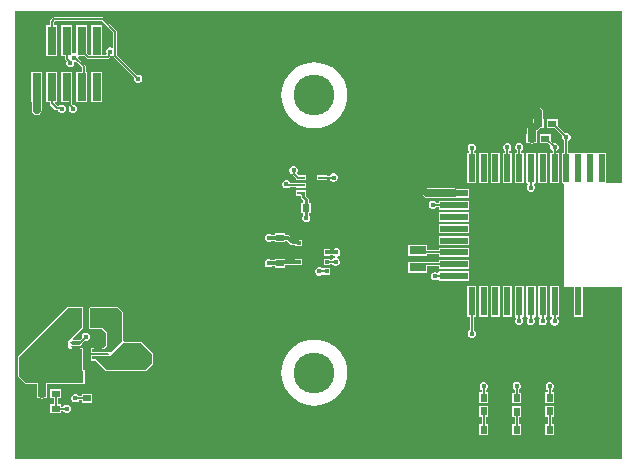
<source format=gbr>
%TF.GenerationSoftware,Altium Limited,Altium Designer,23.5.1 (21)*%
G04 Layer_Physical_Order=1*
G04 Layer_Color=255*
%FSLAX45Y45*%
%MOMM*%
%TF.SameCoordinates,0CF0D061-263B-42B0-A585-B6EE71A6EBF9*%
%TF.FilePolarity,Positive*%
%TF.FileFunction,Copper,L1,Top,Signal*%
%TF.Part,Single*%
G01*
G75*
%TA.AperFunction,SMDPad,CuDef*%
%ADD10R,0.75000X0.60000*%
%ADD11R,1.00000X0.90000*%
%ADD12R,0.60000X0.75000*%
%TA.AperFunction,SMDPad,SMDef*%
%ADD13R,0.65000X1.45000*%
%ADD14R,0.70000X0.27000*%
%TA.AperFunction,SMDPad,CuDef*%
%ADD15R,0.60000X0.64000*%
%ADD16R,0.64000X0.60000*%
%TA.AperFunction,BGAPad,CuDef*%
%ADD17R,0.40000X0.40000*%
%TA.AperFunction,SMDPad,CuDef*%
%ADD18R,1.40000X0.75000*%
G04:AMPARAMS|DCode=19|XSize=0.96535mm|YSize=0.29247mm|CornerRadius=0.14624mm|HoleSize=0mm|Usage=FLASHONLY|Rotation=180.000|XOffset=0mm|YOffset=0mm|HoleType=Round|Shape=RoundedRectangle|*
%AMROUNDEDRECTD19*
21,1,0.96535,0.00000,0,0,180.0*
21,1,0.67288,0.29247,0,0,180.0*
1,1,0.29247,-0.33644,0.00000*
1,1,0.29247,0.33644,0.00000*
1,1,0.29247,0.33644,0.00000*
1,1,0.29247,-0.33644,0.00000*
%
%ADD19ROUNDEDRECTD19*%
%ADD20R,0.96535X0.29247*%
%ADD21R,0.65000X1.60000*%
%ADD22R,0.90000X1.00000*%
%ADD23R,0.60000X2.40000*%
%ADD24R,2.40000X0.60000*%
%ADD25R,0.75000X2.40000*%
%TA.AperFunction,Conductor*%
%ADD26C,0.15240*%
%ADD27C,0.63500*%
%ADD28C,0.12700*%
%ADD29C,0.30480*%
%ADD30C,0.25400*%
%TA.AperFunction,TestPad*%
%ADD31C,1.52400*%
%TA.AperFunction,ComponentPad*%
%ADD32C,3.45440*%
%TA.AperFunction,ViaPad*%
%ADD33C,0.45000*%
G36*
X7828209Y4908615D02*
X7823900Y4897700D01*
X7692790D01*
Y5151590D01*
X7617246D01*
X7614350Y5152790D01*
X7592130D01*
X7589233Y5151590D01*
X7517153D01*
X7513133Y5153255D01*
X7490913D01*
X7486893Y5151590D01*
X7420820D01*
X7416330Y5153450D01*
X7394110D01*
X7389620Y5151590D01*
X7370396D01*
Y5252833D01*
X7373839Y5254259D01*
X7383741Y5264161D01*
X7389100Y5277098D01*
Y5291102D01*
X7383741Y5304039D01*
X7373839Y5313941D01*
X7360902Y5319300D01*
X7346898D01*
X7343455Y5317874D01*
X7279390Y5381938D01*
Y5436390D01*
X7186610D01*
Y5358610D01*
X7256062D01*
X7320126Y5294545D01*
X7318700Y5291102D01*
Y5277098D01*
X7324059Y5264161D01*
X7333961Y5254259D01*
X7337404Y5252833D01*
Y5151590D01*
X7315010D01*
Y4893810D01*
X7325563D01*
X7337096Y4890991D01*
Y4010896D01*
X7415010D01*
Y3763810D01*
X7492790D01*
Y4010896D01*
X7828209D01*
Y2560391D01*
X2687391D01*
Y6355009D01*
X7828209D01*
Y4908615D01*
D02*
G37*
%LPC*%
G36*
X3429000Y6297916D02*
X3017520D01*
X3005856Y6293084D01*
X2985536Y6272764D01*
X2980704Y6261100D01*
Y6229390D01*
X2950810D01*
Y5971610D01*
X3043590D01*
Y6229390D01*
X3013696D01*
Y6254267D01*
X3024353Y6264924D01*
X3422167D01*
X3519184Y6167907D01*
Y6049329D01*
X3506484Y6040993D01*
X3501132Y6043210D01*
X3487128D01*
X3474191Y6037851D01*
X3464289Y6027949D01*
X3458930Y6015012D01*
Y6001008D01*
X3461649Y5994445D01*
X3454486Y5981756D01*
X3424590D01*
Y6229390D01*
X3331810D01*
Y5981756D01*
X3310773D01*
X3297590Y5994939D01*
Y6229390D01*
X3204810D01*
Y5998725D01*
X3194702Y5991971D01*
X3180698D01*
X3170590Y5998725D01*
Y6229390D01*
X3077810D01*
Y5971610D01*
X3107704D01*
Y5948680D01*
X3112536Y5937016D01*
X3122234Y5927317D01*
X3118136Y5917423D01*
Y5903419D01*
X3123495Y5890482D01*
X3133397Y5880580D01*
X3146334Y5875221D01*
X3160337D01*
X3173275Y5880580D01*
X3183177Y5890482D01*
X3188535Y5903419D01*
Y5917422D01*
X3199705Y5923644D01*
X3200804Y5924099D01*
X3249944Y5874959D01*
Y5839390D01*
X3204810D01*
Y5581610D01*
X3297590D01*
Y5839390D01*
X3282936D01*
Y5881792D01*
X3278104Y5893456D01*
X3222575Y5948985D01*
X3222900Y5949770D01*
Y5963773D01*
X3228136Y5971610D01*
X3274261D01*
X3292276Y5953596D01*
X3303940Y5948764D01*
X3469138D01*
X3480803Y5953596D01*
X3489783Y5962576D01*
X3494022Y5972810D01*
X3501132D01*
X3506484Y5975027D01*
X3518211Y5971807D01*
X3520581Y5968167D01*
X3524016Y5959876D01*
X3694946Y5788945D01*
X3693520Y5785502D01*
Y5771498D01*
X3698879Y5758561D01*
X3708781Y5748659D01*
X3721718Y5743300D01*
X3735722D01*
X3748659Y5748659D01*
X3758561Y5758561D01*
X3763920Y5771498D01*
Y5785502D01*
X3758561Y5798439D01*
X3748659Y5808341D01*
X3735722Y5813700D01*
X3721718D01*
X3718275Y5812274D01*
X3552176Y5978373D01*
Y6174740D01*
X3547344Y6186404D01*
X3440664Y6293084D01*
X3429000Y6297916D01*
D02*
G37*
G36*
X3424590Y5839390D02*
X3331810D01*
Y5581610D01*
X3424590D01*
Y5839390D01*
D02*
G37*
G36*
X3170590D02*
X3077810D01*
Y5581610D01*
X3138854D01*
Y5552890D01*
X3143686Y5541226D01*
X3143786Y5541126D01*
X3139800Y5531502D01*
Y5517498D01*
X3145159Y5504561D01*
X3155061Y5494659D01*
X3167998Y5489300D01*
X3182002D01*
X3194939Y5494659D01*
X3204841Y5504561D01*
X3210200Y5517498D01*
Y5531502D01*
X3204841Y5544439D01*
X3194939Y5554341D01*
X3182002Y5559700D01*
X3171869D01*
X3171846Y5559723D01*
Y5679350D01*
X3170590Y5682382D01*
Y5839390D01*
D02*
G37*
G36*
X3043590D02*
X2950810D01*
Y5581610D01*
X2980704D01*
Y5570220D01*
X2985536Y5558556D01*
X3027806Y5516286D01*
X3039470Y5511454D01*
X3048324D01*
X3051179Y5504561D01*
X3061081Y5494659D01*
X3074018Y5489300D01*
X3088022D01*
X3100959Y5494659D01*
X3110861Y5504561D01*
X3116220Y5517498D01*
Y5531502D01*
X3110861Y5544439D01*
X3100959Y5554341D01*
X3088022Y5559700D01*
X3074018D01*
X3061081Y5554341D01*
X3051186Y5544446D01*
X3046303D01*
X3021839Y5568910D01*
X3027099Y5581610D01*
X3043590D01*
Y5839390D01*
D02*
G37*
G36*
X2916590D02*
X2823810D01*
Y5581610D01*
X2828764D01*
Y5511800D01*
X2831918Y5495943D01*
X2840900Y5482500D01*
X2854343Y5473518D01*
X2870200Y5470364D01*
X2886057Y5473518D01*
X2899500Y5482500D01*
X2908482Y5495943D01*
X2911636Y5511800D01*
Y5581610D01*
X2916590D01*
Y5839390D01*
D02*
G37*
G36*
X5219700Y5918728D02*
X5175910Y5915282D01*
X5133198Y5905028D01*
X5092615Y5888218D01*
X5055162Y5865267D01*
X5021761Y5836739D01*
X4993233Y5803338D01*
X4970282Y5765885D01*
X4953472Y5725302D01*
X4943218Y5682590D01*
X4939772Y5638800D01*
X4943218Y5595010D01*
X4953472Y5552298D01*
X4970282Y5511715D01*
X4993233Y5474262D01*
X5021761Y5440861D01*
X5055162Y5412333D01*
X5092615Y5389382D01*
X5133198Y5372572D01*
X5175910Y5362318D01*
X5219700Y5358872D01*
X5263490Y5362318D01*
X5306202Y5372572D01*
X5346785Y5389382D01*
X5384238Y5412333D01*
X5417639Y5440861D01*
X5446167Y5474262D01*
X5469118Y5511715D01*
X5485928Y5552298D01*
X5496182Y5595010D01*
X5499628Y5638800D01*
X5496182Y5682590D01*
X5485928Y5725302D01*
X5469118Y5765885D01*
X5446167Y5803338D01*
X5417639Y5836739D01*
X5384238Y5865267D01*
X5346785Y5888218D01*
X5306202Y5905028D01*
X5263490Y5915282D01*
X5219700Y5918728D01*
D02*
G37*
G36*
X7118000Y5533836D02*
X7102143Y5530682D01*
X7088700Y5521700D01*
X7079718Y5508257D01*
X7076564Y5492400D01*
Y5436390D01*
X7071610D01*
Y5413710D01*
X7036950Y5379050D01*
X7027968Y5365607D01*
X7024814Y5349750D01*
Y5309390D01*
X7014110D01*
Y5231610D01*
X7047699D01*
X7060500Y5229064D01*
X7064500D01*
X7077301Y5231610D01*
X7106890D01*
Y5268247D01*
X7107686Y5272250D01*
Y5332586D01*
X7133710Y5358610D01*
X7164390D01*
Y5436390D01*
X7159436D01*
Y5492400D01*
X7156282Y5508257D01*
X7147300Y5521700D01*
X7133857Y5530682D01*
X7118000Y5533836D01*
D02*
G37*
G36*
X5390302Y4977000D02*
X5376298D01*
X5363361Y4971641D01*
X5353459Y4961739D01*
X5352033Y4958296D01*
X5327190D01*
Y4964190D01*
X5239410D01*
Y4919410D01*
X5327190D01*
Y4925304D01*
X5352033D01*
X5353459Y4921861D01*
X5363361Y4911959D01*
X5376298Y4906600D01*
X5390302D01*
X5403239Y4911959D01*
X5413141Y4921861D01*
X5418500Y4934798D01*
Y4948802D01*
X5413141Y4961739D01*
X5403239Y4971641D01*
X5390302Y4977000D01*
D02*
G37*
G36*
X5051442Y5037860D02*
X5037438D01*
X5024501Y5032501D01*
X5014599Y5022599D01*
X5009240Y5009662D01*
Y4995658D01*
X5014599Y4982721D01*
X5024501Y4972819D01*
X5037198Y4967560D01*
X5038956Y4963315D01*
X5061410Y4940862D01*
Y4919410D01*
X5149190D01*
Y4964190D01*
X5084738D01*
X5070244Y4978684D01*
X5074281Y4982721D01*
X5079640Y4995658D01*
Y5009662D01*
X5074281Y5022599D01*
X5064379Y5032501D01*
X5051442Y5037860D01*
D02*
G37*
G36*
X7221890Y5309390D02*
X7129110D01*
Y5231610D01*
X7198562D01*
X7220126Y5210045D01*
X7218700Y5206602D01*
Y5192598D01*
X7224059Y5179661D01*
X7233961Y5169759D01*
X7237404Y5168333D01*
Y5151590D01*
X7215010D01*
Y4893810D01*
X7292790D01*
Y5151590D01*
X7270396D01*
Y5168333D01*
X7273839Y5169759D01*
X7283741Y5179661D01*
X7289100Y5192598D01*
Y5206602D01*
X7283741Y5219539D01*
X7273839Y5229441D01*
X7260902Y5234800D01*
X7246898D01*
X7243455Y5233374D01*
X7221890Y5254938D01*
Y5309390D01*
D02*
G37*
G36*
X7192790Y5151590D02*
X7115010D01*
Y4893810D01*
X7192790D01*
Y5151590D01*
D02*
G37*
G36*
X6960902Y5235200D02*
X6946898D01*
X6933961Y5229841D01*
X6924059Y5219939D01*
X6918700Y5207002D01*
Y5192998D01*
X6924059Y5180061D01*
X6933961Y5170159D01*
X6937404Y5168733D01*
Y5151590D01*
X6915010D01*
Y4893810D01*
X6992790D01*
Y5151590D01*
X6970396D01*
Y5168733D01*
X6973839Y5170159D01*
X6983741Y5180061D01*
X6989100Y5192998D01*
Y5207002D01*
X6983741Y5219939D01*
X6973839Y5229841D01*
X6960902Y5235200D01*
D02*
G37*
G36*
X6860902Y5233600D02*
X6846898D01*
X6833961Y5228241D01*
X6824059Y5218339D01*
X6818700Y5205402D01*
Y5191398D01*
X6824059Y5178461D01*
X6833961Y5168559D01*
X6837404Y5167133D01*
Y5151590D01*
X6815010D01*
Y4893810D01*
X6892790D01*
Y5151590D01*
X6870396D01*
Y5167133D01*
X6873839Y5168559D01*
X6883741Y5178461D01*
X6889100Y5191398D01*
Y5205402D01*
X6883741Y5218339D01*
X6873839Y5228241D01*
X6860902Y5233600D01*
D02*
G37*
G36*
X6792790Y5151590D02*
X6715010D01*
Y4893810D01*
X6792790D01*
Y5151590D01*
D02*
G37*
G36*
X6692790D02*
X6615010D01*
Y4893810D01*
X6692790D01*
Y5151590D01*
D02*
G37*
G36*
X6560902Y5228800D02*
X6546898D01*
X6533961Y5223441D01*
X6524059Y5213539D01*
X6518700Y5200602D01*
Y5186598D01*
X6524059Y5173661D01*
X6533430Y5164290D01*
X6533268Y5161544D01*
X6530153Y5151590D01*
X6515010D01*
Y4893810D01*
X6592790D01*
Y5151590D01*
X6577647D01*
X6574532Y5161544D01*
X6574370Y5164290D01*
X6583741Y5173661D01*
X6589100Y5186598D01*
Y5200602D01*
X6583741Y5213539D01*
X6573839Y5223441D01*
X6560902Y5228800D01*
D02*
G37*
G36*
X4990482Y4919620D02*
X4976478D01*
X4963541Y4914261D01*
X4953639Y4904359D01*
X4948280Y4891422D01*
Y4877418D01*
X4953639Y4864481D01*
X4963541Y4854579D01*
X4976478Y4849220D01*
X4990482D01*
X5003419Y4854579D01*
X5012954Y4864114D01*
X5061410D01*
Y4854410D01*
X5149190D01*
Y4899190D01*
X5061410D01*
Y4897106D01*
X5016326D01*
X5013321Y4904359D01*
X5003419Y4914261D01*
X4990482Y4919620D01*
D02*
G37*
G36*
X7092790Y5151590D02*
X7015010D01*
Y4893810D01*
X7023169D01*
X7028430Y4881110D01*
X7024059Y4876739D01*
X7018700Y4863802D01*
Y4849798D01*
X7024059Y4836861D01*
X7033961Y4826959D01*
X7046898Y4821600D01*
X7060902D01*
X7073839Y4826959D01*
X7083741Y4836861D01*
X7089100Y4849798D01*
Y4863802D01*
X7083741Y4876739D01*
X7079370Y4881110D01*
X7084631Y4893810D01*
X7092790D01*
Y5151590D01*
D02*
G37*
G36*
X6403900Y4849136D02*
X6177800D01*
X6161943Y4845982D01*
X6148500Y4837000D01*
X6139518Y4823557D01*
X6136364Y4807700D01*
X6139518Y4791843D01*
X6148500Y4778400D01*
X6161943Y4769418D01*
X6177800Y4766264D01*
X6403900D01*
X6416701Y4768810D01*
X6532790D01*
Y4846590D01*
X6416701D01*
X6403900Y4849136D01*
D02*
G37*
G36*
X6230002Y4746900D02*
X6215998D01*
X6203061Y4741541D01*
X6193159Y4731639D01*
X6187800Y4718702D01*
Y4704698D01*
X6193159Y4691761D01*
X6203061Y4681859D01*
X6215998Y4676500D01*
X6230002D01*
X6242939Y4681859D01*
X6252841Y4691761D01*
X6254267Y4695204D01*
X6275010D01*
Y4668810D01*
X6532790D01*
Y4746590D01*
X6275010D01*
Y4728196D01*
X6254267D01*
X6252841Y4731639D01*
X6242939Y4741541D01*
X6230002Y4746900D01*
D02*
G37*
G36*
X6532790Y4646590D02*
X6275010D01*
Y4568810D01*
X6532790D01*
Y4646590D01*
D02*
G37*
G36*
X5149190Y4834190D02*
X5061410D01*
Y4789410D01*
X5105587D01*
Y4779100D01*
X5107263Y4770676D01*
X5112035Y4763535D01*
X5128287Y4747282D01*
Y4727190D01*
X5111410D01*
Y4645410D01*
X5128287D01*
Y4626887D01*
X5120459Y4619059D01*
X5115100Y4606122D01*
Y4592118D01*
X5120459Y4579181D01*
X5130361Y4569279D01*
X5143298Y4563920D01*
X5157302D01*
X5170239Y4569279D01*
X5180141Y4579181D01*
X5185500Y4592118D01*
Y4606122D01*
X5180141Y4619059D01*
X5172313Y4626887D01*
Y4645410D01*
X5189190D01*
Y4727190D01*
X5172313D01*
Y4756400D01*
X5170637Y4764824D01*
X5165865Y4771966D01*
X5149613Y4788218D01*
Y4811000D01*
X5149190Y4813127D01*
Y4834190D01*
D02*
G37*
G36*
X6532790Y4546590D02*
X6275010D01*
Y4468810D01*
X6532790D01*
Y4546590D01*
D02*
G37*
G36*
X4968490Y4470290D02*
X4886710D01*
Y4456003D01*
X4862237D01*
X4856999Y4461241D01*
X4844062Y4466600D01*
X4830058D01*
X4817121Y4461241D01*
X4807219Y4451339D01*
X4801860Y4438402D01*
Y4424398D01*
X4807219Y4411461D01*
X4817121Y4401559D01*
X4830058Y4396200D01*
X4844062D01*
X4856999Y4401559D01*
X4862237Y4406797D01*
X4886710D01*
Y4392510D01*
X4968490D01*
Y4406797D01*
X4986889D01*
X5019123Y4374563D01*
X5027105Y4369230D01*
X5036520Y4367357D01*
X5058110D01*
Y4358310D01*
X5115890D01*
Y4416090D01*
X5084616D01*
X5082240Y4416563D01*
X5046711D01*
X5014477Y4448797D01*
X5006495Y4454130D01*
X4997080Y4456003D01*
X4968490D01*
Y4470290D01*
D02*
G37*
G36*
X6532790Y4446590D02*
X6275010D01*
Y4368810D01*
X6532790D01*
Y4446590D01*
D02*
G37*
G36*
X5412762Y4342400D02*
X5398758D01*
X5385821Y4337041D01*
X5380583Y4331803D01*
X5355890D01*
Y4336090D01*
X5298110D01*
Y4278310D01*
X5355890D01*
Y4282597D01*
X5380583D01*
X5385821Y4277359D01*
X5391836Y4274867D01*
X5392141Y4268096D01*
X5390573Y4261644D01*
X5379461Y4257041D01*
X5369559Y4247139D01*
X5368133Y4243696D01*
X5355890D01*
Y4256090D01*
X5298110D01*
Y4198310D01*
X5355890D01*
Y4210704D01*
X5368133D01*
X5369559Y4207261D01*
X5379461Y4197359D01*
X5392398Y4192000D01*
X5406402D01*
X5419339Y4197359D01*
X5429241Y4207261D01*
X5434600Y4220198D01*
Y4234202D01*
X5429241Y4247139D01*
X5419339Y4257041D01*
X5413324Y4259533D01*
X5413019Y4266304D01*
X5414587Y4272756D01*
X5425699Y4277359D01*
X5435601Y4287261D01*
X5440960Y4300198D01*
Y4314202D01*
X5435601Y4327139D01*
X5425699Y4337041D01*
X5412762Y4342400D01*
D02*
G37*
G36*
X6174890Y4373390D02*
X6017110D01*
Y4280610D01*
X6174890D01*
Y4291204D01*
X6275010D01*
Y4268810D01*
X6532790D01*
Y4346590D01*
X6275010D01*
Y4324196D01*
X6174890D01*
Y4373390D01*
D02*
G37*
G36*
X5115890Y4256090D02*
X5058110D01*
Y4247043D01*
X4968490D01*
Y4255290D01*
X4886710D01*
Y4241003D01*
X4858797D01*
X4853559Y4246241D01*
X4840622Y4251600D01*
X4826618D01*
X4813681Y4246241D01*
X4803779Y4236339D01*
X4798420Y4223402D01*
Y4209398D01*
X4803779Y4196461D01*
X4813681Y4186559D01*
X4826618Y4181200D01*
X4840622D01*
X4853559Y4186559D01*
X4858797Y4191797D01*
X4886710D01*
Y4177510D01*
X4968490D01*
Y4197837D01*
X5082240D01*
X5084616Y4198310D01*
X5115890D01*
Y4256090D01*
D02*
G37*
G36*
X6532790Y4246590D02*
X6275010D01*
Y4224196D01*
X6174890D01*
Y4228390D01*
X6017110D01*
Y4135610D01*
X6174890D01*
Y4191204D01*
X6275010D01*
Y4168810D01*
X6532790D01*
Y4246590D01*
D02*
G37*
G36*
Y4146590D02*
X6275010D01*
Y4141730D01*
X6262310Y4136470D01*
X6261239Y4137541D01*
X6248302Y4142900D01*
X6234298D01*
X6221361Y4137541D01*
X6211459Y4127639D01*
X6206100Y4114702D01*
Y4100698D01*
X6211459Y4087761D01*
X6221361Y4077859D01*
X6234298Y4072500D01*
X6248302D01*
X6261239Y4077859D01*
X6262310Y4078930D01*
X6275010Y4073670D01*
Y4068810D01*
X6532790D01*
Y4146590D01*
D02*
G37*
G36*
X5269262Y4182400D02*
X5255258D01*
X5242321Y4177041D01*
X5232419Y4167139D01*
X5227060Y4154202D01*
Y4140198D01*
X5232419Y4127261D01*
X5242321Y4117359D01*
X5255258Y4112000D01*
X5269262D01*
X5282199Y4117359D01*
X5285410Y4120570D01*
X5298110Y4118310D01*
X5298110Y4118310D01*
X5355890D01*
Y4176090D01*
X5298110D01*
Y4176090D01*
X5285410Y4173830D01*
X5282199Y4177041D01*
X5269262Y4182400D01*
D02*
G37*
G36*
X6892790Y4021590D02*
X6815010D01*
Y3763810D01*
X6892790D01*
Y4021590D01*
D02*
G37*
G36*
X6792790D02*
X6715010D01*
Y3763810D01*
X6792790D01*
Y4021590D01*
D02*
G37*
G36*
X6692790D02*
X6615010D01*
Y3763810D01*
X6692790D01*
Y4021590D01*
D02*
G37*
G36*
X6992790D02*
X6915010D01*
Y3763810D01*
X6921870D01*
X6927130Y3751110D01*
X6924059Y3748039D01*
X6918700Y3735102D01*
Y3721098D01*
X6924059Y3708161D01*
X6933961Y3698259D01*
X6946898Y3692900D01*
X6960902D01*
X6973839Y3698259D01*
X6983741Y3708161D01*
X6989100Y3721098D01*
Y3735102D01*
X6983741Y3748039D01*
X6980670Y3751110D01*
X6985930Y3763810D01*
X6992790D01*
Y4021590D01*
D02*
G37*
G36*
X7092790D02*
X7015010D01*
Y3763810D01*
X7023470D01*
X7028730Y3751110D01*
X7024059Y3746439D01*
X7018700Y3733502D01*
Y3719498D01*
X7024059Y3706561D01*
X7033961Y3696659D01*
X7046898Y3691300D01*
X7060902D01*
X7073839Y3696659D01*
X7083741Y3706561D01*
X7089100Y3719498D01*
Y3733502D01*
X7083741Y3746439D01*
X7079070Y3751110D01*
X7084331Y3763810D01*
X7092790D01*
Y4021590D01*
D02*
G37*
G36*
X7192790D02*
X7115010D01*
Y3763810D01*
X7125196D01*
X7130330Y3751110D01*
X7124059Y3744839D01*
X7118700Y3731902D01*
Y3717898D01*
X7124059Y3704961D01*
X7133961Y3695059D01*
X7146898Y3689700D01*
X7160902D01*
X7173839Y3695059D01*
X7183741Y3704961D01*
X7189100Y3717898D01*
Y3731902D01*
X7183741Y3744839D01*
X7177470Y3751110D01*
X7182604Y3763810D01*
X7192790D01*
Y4021590D01*
D02*
G37*
G36*
X7292790D02*
X7215010D01*
Y3763810D01*
X7228037D01*
X7229760Y3760706D01*
X7231930Y3751110D01*
X7224059Y3743239D01*
X7218700Y3730302D01*
Y3716298D01*
X7224059Y3703361D01*
X7233961Y3693459D01*
X7246898Y3688100D01*
X7260902D01*
X7273839Y3693459D01*
X7283741Y3703361D01*
X7289100Y3716298D01*
Y3730302D01*
X7283741Y3743239D01*
X7275870Y3751110D01*
X7278040Y3760706D01*
X7279763Y3763810D01*
X7292790D01*
Y4021590D01*
D02*
G37*
G36*
X6592790D02*
X6515010D01*
Y3763810D01*
X6536367D01*
Y3650627D01*
X6533261Y3649341D01*
X6523359Y3639439D01*
X6518000Y3626502D01*
Y3612498D01*
X6523359Y3599561D01*
X6533261Y3589659D01*
X6546198Y3584300D01*
X6560202D01*
X6573139Y3589659D01*
X6583041Y3599561D01*
X6588400Y3612498D01*
Y3626502D01*
X6583041Y3639439D01*
X6573139Y3649341D01*
X6570033Y3650627D01*
Y3763810D01*
X6592790D01*
Y4021590D01*
D02*
G37*
G36*
X3251200Y3845023D02*
X3136900D01*
X3130096Y3842204D01*
X2710996Y3423104D01*
X2708177Y3416300D01*
Y3263900D01*
X2710996Y3257096D01*
X2774496Y3193596D01*
X2781300Y3190777D01*
X2872864D01*
Y3150390D01*
X2867910D01*
Y3072610D01*
X2901499D01*
X2914300Y3070064D01*
X2927101Y3072610D01*
X2960690D01*
Y3150390D01*
X2955736D01*
Y3190777D01*
X3263900D01*
X3267600Y3192310D01*
X3275690D01*
Y3310090D01*
X3269418D01*
X3260823Y3318686D01*
Y3492500D01*
X3258004Y3499304D01*
X3251200Y3502123D01*
X3165711D01*
X3157481Y3512084D01*
X3164940Y3518681D01*
X3232227D01*
X3241402Y3520506D01*
X3249180Y3525702D01*
X3254377Y3533480D01*
X3256202Y3542655D01*
X3256140Y3542965D01*
X3273581Y3560407D01*
X3277218Y3558900D01*
X3291222D01*
X3304159Y3564259D01*
X3314061Y3574161D01*
X3319420Y3587098D01*
Y3601102D01*
X3314061Y3614039D01*
X3304159Y3623941D01*
X3291222Y3629300D01*
X3277218D01*
X3264281Y3623941D01*
X3254379Y3614039D01*
X3249020Y3601102D01*
Y3587098D01*
X3250366Y3583849D01*
X3232994Y3566476D01*
X3232227Y3566629D01*
X3179098D01*
X3173837Y3579329D01*
X3252118Y3657610D01*
X3263190D01*
Y3835390D01*
X3260823D01*
Y3835400D01*
X3258004Y3842204D01*
X3251200Y3845023D01*
D02*
G37*
G36*
X3556000Y3842483D02*
X3324860D01*
X3318056Y3839664D01*
X3315516Y3837124D01*
X3312697Y3830320D01*
Y3667760D01*
X3315410Y3661212D01*
Y3657610D01*
X3398190D01*
Y3658137D01*
X3422474D01*
X3452397Y3628214D01*
Y3521886D01*
X3432634Y3502123D01*
X3340100D01*
X3333296Y3499304D01*
X3330477Y3492500D01*
Y3462020D01*
X3333296Y3455216D01*
X3340100Y3452397D01*
X3472967D01*
X3479755Y3439697D01*
X3477340Y3436083D01*
X3446454D01*
Y3436168D01*
X3332139D01*
Y3430471D01*
X3330477Y3426460D01*
Y3401060D01*
X3332139Y3397049D01*
Y3389141D01*
X3368891D01*
X3452676Y3305356D01*
X3459480Y3302537D01*
X3787140D01*
X3793944Y3305356D01*
X3854904Y3366316D01*
X3857723Y3373120D01*
Y3449320D01*
X3854904Y3456124D01*
X3760924Y3550104D01*
X3754120Y3552923D01*
X3611120D01*
X3606649Y3553115D01*
X3598643Y3563290D01*
Y3799840D01*
X3595824Y3806644D01*
X3562804Y3839664D01*
X3556000Y3842483D01*
D02*
G37*
G36*
X3341690Y3112290D02*
X3248910D01*
Y3089896D01*
X3229127D01*
X3227701Y3093339D01*
X3217799Y3103241D01*
X3204862Y3108600D01*
X3190858D01*
X3177921Y3103241D01*
X3168019Y3093339D01*
X3162660Y3080402D01*
Y3066398D01*
X3168019Y3053461D01*
X3177921Y3043559D01*
X3190858Y3038200D01*
X3204862D01*
X3217799Y3043559D01*
X3227701Y3053461D01*
X3229127Y3056904D01*
X3248910D01*
Y3034510D01*
X3341690D01*
Y3112290D01*
D02*
G37*
G36*
X6661802Y3207660D02*
X6647798D01*
X6634861Y3202301D01*
X6624959Y3192399D01*
X6619600Y3179462D01*
Y3165458D01*
X6624959Y3152521D01*
X6634861Y3142619D01*
X6638304Y3141193D01*
Y3123950D01*
X6615910D01*
Y3031170D01*
X6693690D01*
Y3123950D01*
X6671296D01*
Y3141193D01*
X6674739Y3142619D01*
X6684641Y3152521D01*
X6690000Y3165458D01*
Y3179462D01*
X6684641Y3192399D01*
X6674739Y3202301D01*
X6661802Y3207660D01*
D02*
G37*
G36*
X7220602Y3210200D02*
X7206598D01*
X7193661Y3204841D01*
X7183759Y3194939D01*
X7178400Y3182002D01*
Y3167998D01*
X7183759Y3155061D01*
X7193661Y3145159D01*
X7197104Y3143733D01*
Y3123030D01*
X7174710D01*
Y3030250D01*
X7252490D01*
Y3123030D01*
X7230096D01*
Y3143733D01*
X7233539Y3145159D01*
X7243441Y3155061D01*
X7248800Y3167998D01*
Y3182002D01*
X7243441Y3194939D01*
X7233539Y3204841D01*
X7220602Y3210200D01*
D02*
G37*
G36*
X6941202Y3212740D02*
X6927198D01*
X6914261Y3207381D01*
X6904359Y3197479D01*
X6899000Y3184542D01*
Y3170538D01*
X6904359Y3157601D01*
X6914261Y3147699D01*
X6917704Y3146273D01*
Y3121410D01*
X6895310D01*
Y3028630D01*
X6973090D01*
Y3121410D01*
X6950696D01*
Y3146273D01*
X6954139Y3147699D01*
X6964041Y3157601D01*
X6969400Y3170538D01*
Y3184542D01*
X6964041Y3197479D01*
X6954139Y3207381D01*
X6941202Y3212740D01*
D02*
G37*
G36*
X5219700Y3569228D02*
X5175910Y3565782D01*
X5133198Y3555528D01*
X5092615Y3538718D01*
X5055162Y3515767D01*
X5021761Y3487239D01*
X4993233Y3453838D01*
X4970282Y3416385D01*
X4953472Y3375802D01*
X4943218Y3333090D01*
X4939772Y3289300D01*
X4943218Y3245510D01*
X4953472Y3202798D01*
X4970282Y3162215D01*
X4993233Y3124762D01*
X5021761Y3091361D01*
X5055162Y3062833D01*
X5092615Y3039882D01*
X5133198Y3023072D01*
X5175910Y3012818D01*
X5219700Y3009372D01*
X5263490Y3012818D01*
X5306202Y3023072D01*
X5346785Y3039882D01*
X5384238Y3062833D01*
X5417639Y3091361D01*
X5446167Y3124762D01*
X5469118Y3162215D01*
X5485928Y3202798D01*
X5496182Y3245510D01*
X5499628Y3289300D01*
X5496182Y3333090D01*
X5485928Y3375802D01*
X5469118Y3416385D01*
X5446167Y3453838D01*
X5417639Y3487239D01*
X5384238Y3515767D01*
X5346785Y3538718D01*
X5306202Y3555528D01*
X5263490Y3565782D01*
X5219700Y3569228D01*
D02*
G37*
G36*
X3075690Y3150390D02*
X2982910D01*
Y3072610D01*
X3012467D01*
Y3023390D01*
X2982910D01*
Y2945610D01*
X3075690D01*
Y2967667D01*
X3093073D01*
X3094359Y2964561D01*
X3104261Y2954659D01*
X3117198Y2949300D01*
X3131202D01*
X3144139Y2954659D01*
X3154041Y2964561D01*
X3159400Y2977498D01*
Y2991502D01*
X3154041Y3004439D01*
X3144139Y3014341D01*
X3131202Y3019700D01*
X3117198D01*
X3104261Y3014341D01*
X3094359Y3004439D01*
X3093073Y3001333D01*
X3075690D01*
Y3023390D01*
X3046133D01*
Y3072610D01*
X3075690D01*
Y3150390D01*
D02*
G37*
G36*
X7252490Y3008030D02*
X7174710D01*
Y2915250D01*
X7197104D01*
Y2853790D01*
X7174710D01*
Y2761010D01*
X7252490D01*
Y2853790D01*
X7230096D01*
Y2915250D01*
X7252490D01*
Y3008030D01*
D02*
G37*
G36*
X6693690Y3008950D02*
X6615910D01*
Y2916170D01*
X6638304D01*
Y2853790D01*
X6615910D01*
Y2761010D01*
X6693690D01*
Y2853790D01*
X6671296D01*
Y2916170D01*
X6693690D01*
Y3008950D01*
D02*
G37*
G36*
X6973090Y3006410D02*
X6895310D01*
Y2913630D01*
X6917704D01*
Y2853090D01*
X6895310D01*
Y2760310D01*
X6973090D01*
Y2853090D01*
X6950696D01*
Y2913630D01*
X6973090D01*
Y3006410D01*
D02*
G37*
%LPD*%
G36*
X3251200Y3670300D02*
X3136900Y3556000D01*
Y3505200D01*
X3149600Y3492500D01*
X3251200D01*
Y3314700D01*
X3263900Y3302000D01*
Y3200400D01*
X2781300D01*
X2717800Y3263900D01*
Y3416300D01*
X3136900Y3835400D01*
X3251200D01*
X3251200Y3670300D01*
D02*
G37*
G36*
X3589020Y3799840D02*
Y3553460D01*
X3497580Y3462020D01*
X3340100D01*
Y3492500D01*
X3436620D01*
X3462020Y3517900D01*
Y3632200D01*
X3426460Y3667760D01*
X3322320D01*
Y3830320D01*
X3324860Y3832860D01*
X3556000D01*
X3589020Y3799840D01*
D02*
G37*
G36*
X3848100Y3449320D02*
Y3373120D01*
X3787140Y3312160D01*
X3459480D01*
X3370580Y3401060D01*
X3340100D01*
Y3426460D01*
X3489960D01*
X3606800Y3543300D01*
X3754120D01*
X3848100Y3449320D01*
D02*
G37*
D10*
X2914300Y3111500D02*
D03*
X3029300D02*
D03*
Y2984500D02*
D03*
X2914300D02*
D03*
X3295300Y3073400D02*
D03*
X3410300D02*
D03*
X7060500Y5270500D02*
D03*
X7175500D02*
D03*
X7118000Y5397500D02*
D03*
X7233000D02*
D03*
D11*
X3556000Y3386200D02*
D03*
Y3251200D02*
D03*
D12*
X6654800Y2807400D02*
D03*
Y2692400D02*
D03*
Y2962560D02*
D03*
Y3077560D02*
D03*
X6934200Y2806700D02*
D03*
Y2691700D02*
D03*
Y2960020D02*
D03*
Y3075020D02*
D03*
X7213600Y2807400D02*
D03*
Y2692400D02*
D03*
Y2961640D02*
D03*
Y3076640D02*
D03*
D13*
X5194300Y4876800D02*
D03*
D14*
X5283300Y4941800D02*
D03*
Y4876800D02*
D03*
Y4811800D02*
D03*
X5105300D02*
D03*
Y4876800D02*
D03*
Y4941800D02*
D03*
D15*
X5150300Y4686300D02*
D03*
X5238300D02*
D03*
D16*
X4927600Y4431400D02*
D03*
Y4343400D02*
D03*
Y4216400D02*
D03*
Y4128400D02*
D03*
D17*
X5327000Y4387200D02*
D03*
Y4307200D02*
D03*
Y4227200D02*
D03*
Y4147200D02*
D03*
X5087000D02*
D03*
Y4227200D02*
D03*
Y4307200D02*
D03*
Y4387200D02*
D03*
D18*
X6096000Y4182000D02*
D03*
Y4327000D02*
D03*
D19*
X3198584Y3412655D02*
D03*
Y3477655D02*
D03*
Y3542655D02*
D03*
X3389296D02*
D03*
Y3477655D02*
D03*
D20*
Y3412655D02*
D03*
D21*
X3221800Y3746500D02*
D03*
X3356800D02*
D03*
D22*
Y3251200D02*
D03*
X3221800D02*
D03*
D23*
X7753900Y3892700D02*
D03*
X7653900D02*
D03*
X7553900D02*
D03*
X7453900D02*
D03*
X7353900D02*
D03*
X7253900D02*
D03*
X7153900D02*
D03*
X7053900D02*
D03*
X6953900D02*
D03*
X6853900D02*
D03*
X6753900D02*
D03*
X6653900D02*
D03*
X6553900D02*
D03*
X6453900D02*
D03*
Y5022700D02*
D03*
X6553900D02*
D03*
X6653900D02*
D03*
X6753900D02*
D03*
X6853900D02*
D03*
X6953900D02*
D03*
X7053900D02*
D03*
X7153900D02*
D03*
X7253900D02*
D03*
X7353900D02*
D03*
X7453900D02*
D03*
X7553900D02*
D03*
X7653900D02*
D03*
X7753900D02*
D03*
D24*
X6403900Y4107700D02*
D03*
Y4207700D02*
D03*
Y4307700D02*
D03*
Y4407700D02*
D03*
Y4507700D02*
D03*
Y4607700D02*
D03*
Y4707700D02*
D03*
Y4807700D02*
D03*
D25*
X2870200Y5710500D02*
D03*
X2997200D02*
D03*
X3124200D02*
D03*
X3251200D02*
D03*
X3378200D02*
D03*
X2870200Y6100500D02*
D03*
X2997200D02*
D03*
X3124200D02*
D03*
X3251200D02*
D03*
X3378200D02*
D03*
D26*
X6553200Y3619500D02*
Y3892000D01*
X6553900Y3892700D01*
X3029300Y2984500D02*
X3124200D01*
X3029300D02*
Y3111500D01*
D27*
X2914300D02*
Y3295300D01*
X2870200Y5511800D02*
Y5710500D01*
X7118000Y5397500D02*
Y5492400D01*
X7060500Y5270500D02*
X7064500D01*
X7066250Y5272250D01*
Y5349750D01*
X7114000Y5397500D01*
X7118000D01*
X6177800Y4807700D02*
X6403900D01*
D28*
X3124200Y5948680D02*
X3141217Y5931663D01*
X3187700Y5956771D02*
X3191460D01*
X3266440Y5881792D01*
X3153336Y5910421D02*
Y5919161D01*
X3141217Y5931279D02*
X3153336Y5919161D01*
X3266440Y5725740D02*
Y5881792D01*
X3141217Y5931279D02*
Y5931663D01*
X3469138Y5965260D02*
X3478119Y5974241D01*
Y5983259D01*
X3494130Y5999270D02*
Y6008010D01*
X3303940Y5965260D02*
X3469138D01*
X3478119Y5983259D02*
X3494130Y5999270D01*
X6223000Y4711700D02*
X6399900D01*
X6403900Y4707700D01*
X3124200Y5710500D02*
X3155350Y5679350D01*
Y5552890D02*
Y5679350D01*
Y5552890D02*
X3175000Y5533240D01*
Y5524500D02*
Y5533240D01*
X3077570Y5527950D02*
X3081020Y5524500D01*
X3039470Y5527950D02*
X3077570D01*
X2997200Y5570220D02*
X3039470Y5527950D01*
X2997200Y5570220D02*
Y5710500D01*
X3017520Y6281420D02*
X3429000D01*
X3535680Y5971540D02*
Y6174740D01*
X3429000Y6281420D02*
X3535680Y6174740D01*
Y5971540D02*
X3728720Y5778500D01*
X2997200Y6100500D02*
Y6261100D01*
X3017520Y6281420D01*
X3251200Y6018000D02*
X3303940Y5965260D01*
X3251200Y6018000D02*
Y6100500D01*
Y5710500D02*
X3266440Y5725740D01*
X3124200Y5948680D02*
Y6100500D01*
X3232775Y3542655D02*
Y3542929D01*
X3197860Y3073400D02*
X3295300D01*
X3283946Y3594100D02*
X3284220D01*
X3232775Y3542929D02*
X3283946Y3594100D01*
X3198584Y3542655D02*
X3232775D01*
X6553900Y5022700D02*
Y5193600D01*
X6953900Y3728100D02*
Y3892700D01*
X6654800Y2807400D02*
Y2962560D01*
X6934200Y2806700D02*
Y2960020D01*
X7213600Y2807400D02*
Y2961640D01*
Y3076640D02*
Y3175000D01*
X6934200Y3075020D02*
Y3177540D01*
X6654800Y3077560D02*
Y3172460D01*
X5101490Y4880610D02*
X5105300Y4876800D01*
X4987290Y4880610D02*
X5101490D01*
X4983480Y4884420D02*
X4987290Y4880610D01*
X5044440Y5002660D02*
X5050620Y4996480D01*
Y4974980D02*
Y4996480D01*
Y4974980D02*
X5083800Y4941800D01*
X5105300D01*
X5283300D02*
X5383300D01*
X5327000Y4227200D02*
X5399400D01*
X5262260Y4147200D02*
X5327000D01*
X7253900Y3723300D02*
Y3892700D01*
X7153900Y3724900D02*
Y3892700D01*
X7053900Y3726500D02*
Y3892700D01*
X6241300Y4107700D02*
X6403900D01*
X6853900Y5022700D02*
Y5198400D01*
X6953900Y5022700D02*
Y5200000D01*
X7053900Y4856800D02*
Y5022700D01*
X7353900D02*
Y5284100D01*
X7240500Y5397500D02*
X7353900Y5284100D01*
X7233000Y5397500D02*
X7240500D01*
X7253900Y5022700D02*
Y5199600D01*
X7183000Y5270500D02*
X7253900Y5199600D01*
X7175500Y5270500D02*
X7183000D01*
X6096000Y4182000D02*
X6121700Y4207700D01*
X6403900D01*
X6115300Y4307700D02*
X6403900D01*
X6096000Y4327000D02*
X6115300Y4307700D01*
D29*
X5327000Y4307200D02*
X5405760D01*
X4833620Y4216400D02*
X4927600D01*
X5082240Y4222440D02*
X5087000Y4227200D01*
X4933640Y4222440D02*
X5082240D01*
X4927600Y4216400D02*
X4933640Y4222440D01*
X4837060Y4431400D02*
X4927600D01*
X4997080D01*
X5036520Y4391960D01*
X5082240D02*
X5087000Y4387200D01*
X5036520Y4391960D02*
X5082240D01*
D30*
X5150300Y4599120D02*
Y4686300D01*
Y4756400D01*
X5127600Y4779100D02*
X5150300Y4756400D01*
X5127600Y4779100D02*
Y4811000D01*
X5126800Y4811800D02*
X5127600Y4811000D01*
X5105300Y4811800D02*
X5126800D01*
D31*
X2847340Y3289300D02*
D03*
Y4559300D02*
D03*
D32*
X5219700Y3289300D02*
D03*
Y5638800D02*
D03*
D33*
X6553200Y3619500D02*
D03*
X6667500Y4127500D02*
D03*
X3124200Y2984500D02*
D03*
X7759700Y5194300D02*
D03*
X7785100Y3721100D02*
D03*
X7670800D02*
D03*
X7556500D02*
D03*
X7366000D02*
D03*
X7315200Y4038600D02*
D03*
X7314221Y4229196D02*
D03*
X7315200Y4140200D02*
D03*
Y4318000D02*
D03*
Y4419600D02*
D03*
Y4508500D02*
D03*
Y4597400D02*
D03*
Y4686300D02*
D03*
Y4775200D02*
D03*
Y4864100D02*
D03*
X7620000Y6032500D02*
D03*
X7778750Y5715000D02*
D03*
X7620000Y5397500D02*
D03*
Y3492500D02*
D03*
X7778750Y3175000D02*
D03*
X7620000Y2857500D02*
D03*
X7302500Y6032500D02*
D03*
X7461250Y5715000D02*
D03*
X7302500Y3492500D02*
D03*
X7461250Y3175000D02*
D03*
X7302500Y2857500D02*
D03*
X6985000Y6032500D02*
D03*
X7143750Y5715000D02*
D03*
X6985000Y5397500D02*
D03*
Y4762500D02*
D03*
X7143750Y4445000D02*
D03*
X6985000Y4127500D02*
D03*
Y3492500D02*
D03*
X7143750Y3175000D02*
D03*
X6667500Y6032500D02*
D03*
X6826250Y5715000D02*
D03*
X6667500Y4762500D02*
D03*
X6826250Y4445000D02*
D03*
Y3175000D02*
D03*
X6350000Y6032500D02*
D03*
Y3492500D02*
D03*
X6508750Y3175000D02*
D03*
X6350000Y2857500D02*
D03*
X6191250Y5715000D02*
D03*
X6032500Y5397500D02*
D03*
Y4762500D02*
D03*
X6191250Y4445000D02*
D03*
Y3810000D02*
D03*
X6032500Y3492500D02*
D03*
X6191250Y3175000D02*
D03*
X6032500Y2857500D02*
D03*
X5873750Y5715000D02*
D03*
X5715000Y5397500D02*
D03*
X5873750Y5080000D02*
D03*
X5715000Y4762500D02*
D03*
X5873750Y4445000D02*
D03*
Y3810000D02*
D03*
X5715000Y3492500D02*
D03*
X5873750Y3175000D02*
D03*
X5715000Y2857500D02*
D03*
X5397500Y4762500D02*
D03*
X5556250Y4445000D02*
D03*
X5397500Y4127500D02*
D03*
X5556250Y3810000D02*
D03*
X5397500Y2857500D02*
D03*
X5238750Y5080000D02*
D03*
Y4445000D02*
D03*
Y3810000D02*
D03*
X5080000Y2857500D02*
D03*
X4762500Y5397500D02*
D03*
X4921250Y5080000D02*
D03*
X4762500Y4762500D02*
D03*
Y4127500D02*
D03*
Y3492500D02*
D03*
Y2857500D02*
D03*
X4603750Y5715000D02*
D03*
X4445000Y5397500D02*
D03*
X4603750Y5080000D02*
D03*
X4445000Y4762500D02*
D03*
X4603750Y4445000D02*
D03*
X4445000Y4127500D02*
D03*
X4603750Y3810000D02*
D03*
X4445000Y3492500D02*
D03*
X4603750Y3175000D02*
D03*
X4445000Y2857500D02*
D03*
X4286250Y5715000D02*
D03*
X4127500Y5397500D02*
D03*
X4286250Y5080000D02*
D03*
X4127500Y4762500D02*
D03*
Y4127500D02*
D03*
X4286250Y3810000D02*
D03*
X4127500Y3492500D02*
D03*
X4286250Y3175000D02*
D03*
X4127500Y2857500D02*
D03*
X3968750Y5715000D02*
D03*
X3810000Y5397500D02*
D03*
X3968750Y5080000D02*
D03*
X3810000Y4762500D02*
D03*
X3968750Y4445000D02*
D03*
X3810000Y4127500D02*
D03*
X3968750Y3810000D02*
D03*
Y3175000D02*
D03*
X3810000Y2857500D02*
D03*
X3492500Y5397500D02*
D03*
Y4762500D02*
D03*
X3651250Y4445000D02*
D03*
X3492500Y4127500D02*
D03*
X3651250Y3810000D02*
D03*
Y3175000D02*
D03*
X3492500Y2857500D02*
D03*
X3333750Y5080000D02*
D03*
X3175000Y4762500D02*
D03*
X3333750Y4445000D02*
D03*
X3175000Y4127500D02*
D03*
Y2857500D02*
D03*
X2857500Y5397500D02*
D03*
X3016250Y5080000D02*
D03*
X2857500Y4762500D02*
D03*
X3016250Y4445000D02*
D03*
X2857500Y4127500D02*
D03*
X3016250Y3810000D02*
D03*
X2857500Y2857500D02*
D03*
X2870200Y5511800D02*
D03*
X3187700Y5956771D02*
D03*
X3153336Y5910421D02*
D03*
X3494130Y6008010D02*
D03*
X3670635Y3380566D02*
D03*
X3677764Y3448298D02*
D03*
X3734135Y3357706D02*
D03*
X3741264Y3425438D02*
D03*
X3802380Y3385820D02*
D03*
X3804920Y3441700D02*
D03*
X3749040Y3482340D02*
D03*
X3690620Y3505200D02*
D03*
X7118000Y5492400D02*
D03*
X6177800Y4807700D02*
D03*
X6223000Y4711700D02*
D03*
X5405760Y4307200D02*
D03*
X4833620Y4216400D02*
D03*
X4837060Y4431400D02*
D03*
X5150300Y4599120D02*
D03*
X3728720Y5778500D02*
D03*
X3081020Y5524500D02*
D03*
X3175000D02*
D03*
X3197860Y3073400D02*
D03*
X3284220Y3594100D02*
D03*
X6553900Y5193600D02*
D03*
X6953900Y3728100D02*
D03*
X7213600Y3175000D02*
D03*
X6934200Y3177540D02*
D03*
X6654800Y3172460D02*
D03*
X4983480Y4884420D02*
D03*
X5044440Y5002660D02*
D03*
X5383300Y4941800D02*
D03*
X5399400Y4227200D02*
D03*
X5262260Y4147200D02*
D03*
X7253900Y3723300D02*
D03*
X7153900Y3724900D02*
D03*
X7053900Y3726500D02*
D03*
X6241300Y4107700D02*
D03*
X6853900Y5198400D02*
D03*
X6953900Y5200000D02*
D03*
X7053900Y4856800D02*
D03*
X7353900Y5284100D02*
D03*
X7253900Y5199600D02*
D03*
%TF.MD5,55765da2b5f1d602adca497112244456*%
M02*

</source>
